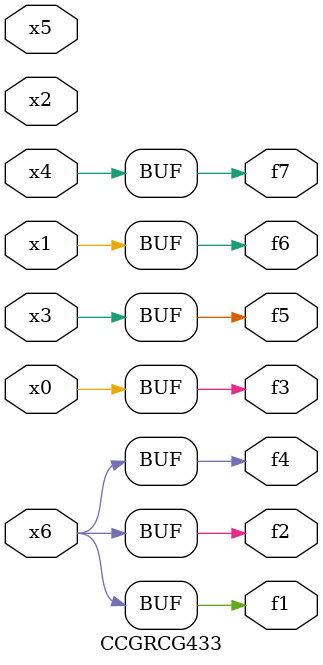
<source format=v>
module CCGRCG433(
	input x0, x1, x2, x3, x4, x5, x6,
	output f1, f2, f3, f4, f5, f6, f7
);
	assign f1 = x6;
	assign f2 = x6;
	assign f3 = x0;
	assign f4 = x6;
	assign f5 = x3;
	assign f6 = x1;
	assign f7 = x4;
endmodule

</source>
